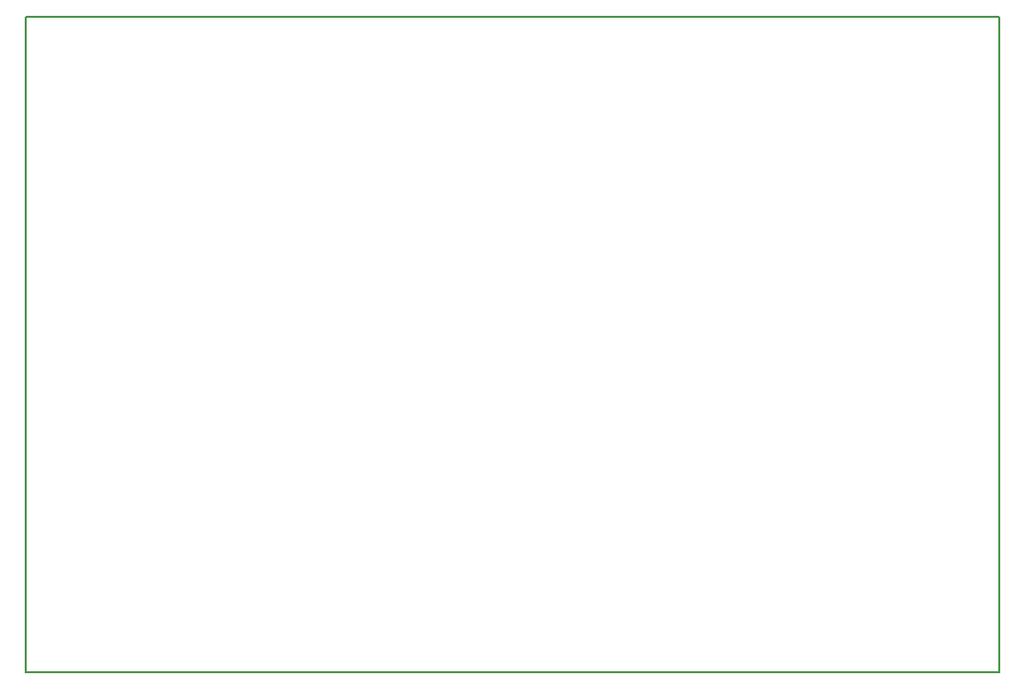
<source format=gm1>
%TF.GenerationSoftware,KiCad,Pcbnew,7.0.10*%
%TF.CreationDate,2024-08-15T14:25:41+05:30*%
%TF.ProjectId,Watch,57617463-682e-46b6-9963-61645f706362,rev?*%
%TF.SameCoordinates,Original*%
%TF.FileFunction,Profile,NP*%
%FSLAX46Y46*%
G04 Gerber Fmt 4.6, Leading zero omitted, Abs format (unit mm)*
G04 Created by KiCad (PCBNEW 7.0.10) date 2024-08-15 14:25:41*
%MOMM*%
%LPD*%
G01*
G04 APERTURE LIST*
%TA.AperFunction,Profile*%
%ADD10C,0.200000*%
%TD*%
G04 APERTURE END LIST*
D10*
X78994000Y-72390000D02*
X162306000Y-72390000D01*
X162306000Y-128524000D01*
X78994000Y-128524000D01*
X78994000Y-72390000D01*
M02*

</source>
